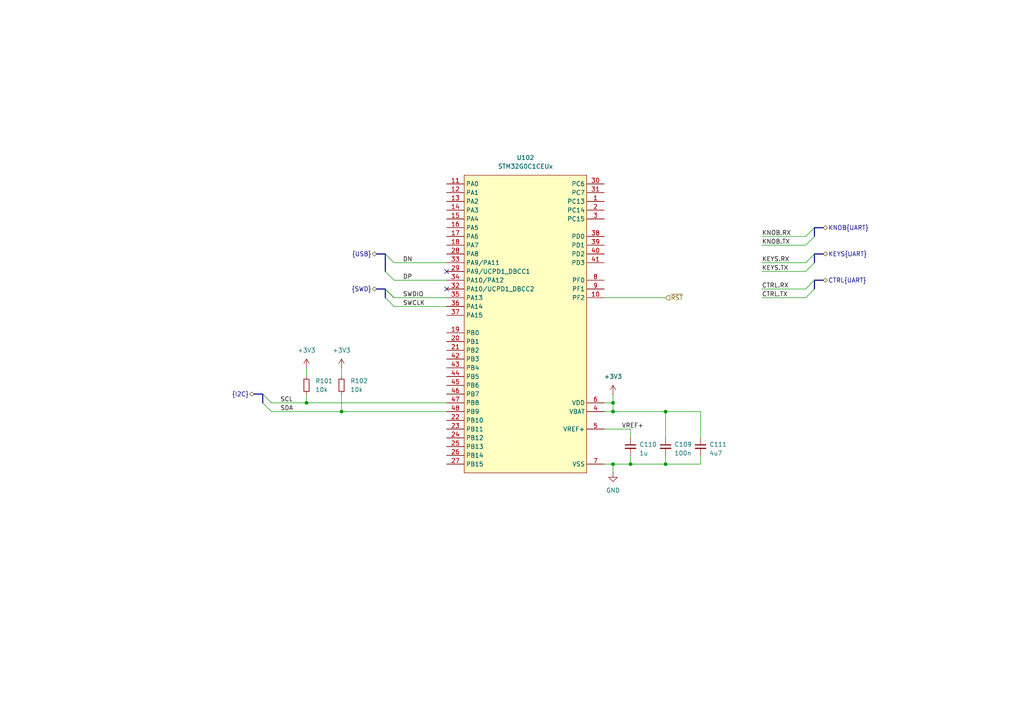
<source format=kicad_sch>
(kicad_sch (version 20250114) (generator "eeschema") (generator_version "9.0")
  (paper "A4")
  (lib_symbols
    (symbol "DEV:C_SMALL" (pin_numbers (hide yes)) (pin_names (offset 0.254) (hide yes))
      (property "Reference" "C" (at 0.254 1.778 0))
      (property "Value" "SMALL" (at 0.254 -2.032 0))
      (symbol "C_SMALL_0_1"
        (polyline (pts (xy -1.524 0.508) (xy 1.524 0.508)) (stroke (width 0.3048)))
        (polyline (pts (xy -1.524 -0.508) (xy 1.524 -0.508)) (stroke (width 0.3302)))
      )
      (symbol "C_SMALL_1_1"
        (pin passive line (at 0 2.54 270) (length 2.032) (name "~") (number "1"))
        (pin passive line (at 0 -2.54 90) (length 2.032) (name "~") (number "2"))
      )
    )
    (symbol "DEV:R_SMALL" (pin_numbers (hide yes)) (pin_names (offset 0.254) (hide yes))
      (property "Reference" "R" (at 0 0 90))
      (property "Value" "R_SMALL" (at 1.778 0 90))
      (symbol "R_SMALL_0_1"
        (rectangle (start -0.762 1.778) (end 0.762 -1.778) (stroke (width 0.2032)))
      )
      (symbol "R_SMALL_1_1"
        (pin passive line (at 0 2.54 270) (length 0.762) (name "~") (number "1"))
        (pin passive line (at 0 -2.54 90) (length 0.762) (name "~") (number "2"))
      )
    )
    (symbol "STM32:STM32G0C1CEUx"
      (property "Reference" "U" (at 0 5.08 0))
      (property "Value" "STM32G0C1CEUx" (at 0 2.54 0))
      (symbol "STM32G0C1CEUx_1_1"
        (rectangle (start -17.78 0) (end 17.78 -86.36) (fill (type background)))
        (pin bidirectional line (at -22.86 -2.54 0) (length 5.08) (name "PA0") (number "11"))
        (pin bidirectional line (at -22.86 -5.08 0) (length 5.08) (name "PA1") (number "12"))
        (pin bidirectional line (at -22.86 -7.62 0) (length 5.08) (name "PA2") (number "13"))
        (pin bidirectional line (at -22.86 -10.16 0) (length 5.08) (name "PA3") (number "14"))
        (pin bidirectional line (at -22.86 -12.7 0) (length 5.08) (name "PA4") (number "15"))
        (pin bidirectional line (at -22.86 -15.24 0) (length 5.08) (name "PA5") (number "16"))
        (pin bidirectional line (at -22.86 -17.78 0) (length 5.08) (name "PA6") (number "17"))
        (pin bidirectional line (at -22.86 -20.32 0) (length 5.08) (name "PA7") (number "18"))
        (pin bidirectional line (at -22.86 -22.86 0) (length 5.08) (name "PA8") (number "28"))
        (pin bidirectional line (at -22.86 -25.4 0) (length 5.08) (name "PA9/PA11") (number "33"))
        (pin bidirectional line (at -22.86 -27.94 0) (length 5.08) (name "PA9/UCPD1_DBCC1") (number "29"))
        (pin bidirectional line (at -22.86 -30.48 0) (length 5.08) (name "PA10/PA12") (number "34"))
        (pin bidirectional line (at -22.86 -33.02 0) (length 5.08) (name "PA10/UCPD1_DBCC2") (number "32"))
        (pin bidirectional line (at -22.86 -35.56 0) (length 5.08) (name "PA13") (number "35"))
        (pin bidirectional line (at -22.86 -38.1 0) (length 5.08) (name "PA14") (number "36"))
        (pin bidirectional line (at -22.86 -40.64 0) (length 5.08) (name "PA15") (number "37"))
        (pin bidirectional line (at -22.86 -45.72 0) (length 5.08) (name "PB0") (number "19"))
        (pin bidirectional line (at -22.86 -48.26 0) (length 5.08) (name "PB1") (number "20"))
        (pin bidirectional line (at -22.86 -50.8 0) (length 5.08) (name "PB2") (number "21"))
        (pin bidirectional line (at -22.86 -53.34 0) (length 5.08) (name "PB3") (number "42"))
        (pin bidirectional line (at -22.86 -55.88 0) (length 5.08) (name "PB4") (number "43"))
        (pin bidirectional line (at -22.86 -58.42 0) (length 5.08) (name "PB5") (number "44"))
        (pin bidirectional line (at -22.86 -60.96 0) (length 5.08) (name "PB6") (number "45"))
        (pin bidirectional line (at -22.86 -63.5 0) (length 5.08) (name "PB7") (number "46"))
        (pin bidirectional line (at -22.86 -66.04 0) (length 5.08) (name "PB8") (number "47"))
        (pin bidirectional line (at -22.86 -68.58 0) (length 5.08) (name "PB9") (number "48"))
        (pin bidirectional line (at -22.86 -71.12 0) (length 5.08) (name "PB10") (number "22"))
        (pin bidirectional line (at -22.86 -73.66 0) (length 5.08) (name "PB11") (number "23"))
        (pin bidirectional line (at -22.86 -76.2 0) (length 5.08) (name "PB12") (number "24"))
        (pin bidirectional line (at -22.86 -78.74 0) (length 5.08) (name "PB13") (number "25"))
        (pin bidirectional line (at -22.86 -81.28 0) (length 5.08) (name "PB14") (number "26"))
        (pin bidirectional line (at -22.86 -83.82 0) (length 5.08) (name "PB15") (number "27"))
        (pin bidirectional line (at 22.86 -2.54 180) (length 5.08) (name "PC6") (number "30"))
        (pin bidirectional line (at 22.86 -5.08 180) (length 5.08) (name "PC7") (number "31"))
        (pin bidirectional line (at 22.86 -7.62 180) (length 5.08) (name "PC13") (number "1"))
        (pin bidirectional line (at 22.86 -10.16 180) (length 5.08) (name "PC14") (number "2"))
        (pin bidirectional line (at 22.86 -12.7 180) (length 5.08) (name "PC15") (number "3"))
        (pin bidirectional line (at 22.86 -17.78 180) (length 5.08) (name "PD0") (number "38"))
        (pin bidirectional line (at 22.86 -20.32 180) (length 5.08) (name "PD1") (number "39"))
        (pin bidirectional line (at 22.86 -22.86 180) (length 5.08) (name "PD2") (number "40"))
        (pin bidirectional line (at 22.86 -25.4 180) (length 5.08) (name "PD3") (number "41"))
        (pin bidirectional line (at 22.86 -30.48 180) (length 5.08) (name "PF0") (number "8"))
        (pin bidirectional line (at 22.86 -33.02 180) (length 5.08) (name "PF1") (number "9"))
        (pin bidirectional line (at 22.86 -35.56 180) (length 5.08) (name "PF2") (number "10"))
        (pin power_in line (at 22.86 -66.04 180) (length 5.08) (name "VDD") (number "6"))
        (pin power_in line (at 22.86 -68.58 180) (length 5.08) (name "VBAT") (number "4"))
        (pin input line (at 22.86 -73.66 180) (length 5.08) (name "VREF+") (number "5"))
        (pin passive line (at 22.86 -83.82 180) (length 5.08) (hide yes) (name "VSS") (number "49"))
        (pin power_in line (at 22.86 -83.82 180) (length 5.08) (name "VSS") (number "7"))
      )
    )
    (symbol "power:+3V3" (power) (pin_numbers (hide yes)) (pin_names (offset 0) (hide yes))
      (property "Value" "+3V3" (at 0 3.556 0))
      (symbol "+3V3_0_1"
        (polyline (pts (xy -0.762 1.27) (xy 0 2.54)))
        (polyline (pts (xy 0 2.54) (xy 0.762 1.27)))
        (polyline (pts (xy 0 0) (xy 0 2.54)))
      )
      (symbol "+3V3_1_1"
        (pin power_in line (at 0 0 90) (length 0) (name "~") (number "1"))
      )
    )
    (symbol "power:GND" (power) (pin_numbers (hide yes)) (pin_names (offset 0) (hide yes))
      (property "Value" "GND" (at 0 -3.81 0))
      (symbol "GND_0_1"
        (polyline (pts (xy 0 0) (xy 0 -1.27) (xy 1.27 -1.27) (xy 0 -2.54) (xy -1.27 -1.27) (xy 0 -1.27)))
      )
      (symbol "GND_1_1"
        (pin power_in line (at 0 0 270) (length 0) (name "~") (number "1"))
      )
    )
  )
  (junction (at 177.8 116.84))
  (junction (at 99.06 119.38))
  (junction (at 182.88 134.62))
  (junction (at 193.04 134.62))
  (junction (at 177.8 134.62))
  (junction (at 177.8 119.38))
  (junction (at 88.9 116.84))
  (junction (at 193.04 119.38))
  (no_connect (at 129.54 83.82))
  (no_connect (at 129.54 78.74))
  (bus_entry (at 236.22 66.04) (size -2.54 2.54))
  (bus_entry (at 111.76 78.74) (size 2.54 2.54))
  (bus_entry (at 236.22 76.2) (size -2.54 2.54))
  (bus_entry (at 111.76 73.66) (size 2.54 2.54))
  (bus_entry (at 236.22 83.82) (size -2.54 2.54))
  (bus_entry (at 236.22 81.28) (size -2.54 2.54))
  (bus_entry (at 111.76 83.82) (size 2.54 2.54))
  (bus_entry (at 236.22 68.58) (size -2.54 2.54))
  (bus_entry (at 236.22 73.66) (size -2.54 2.54))
  (bus_entry (at 111.76 86.36) (size 2.54 2.54))
  (bus_entry (at 111.76 83.82) (size 2.54 2.54))
  (bus_entry (at 76.2 116.84) (size 2.54 2.54))
  (bus_entry (at 76.2 114.3) (size 2.54 2.54))
  (wire (pts (xy 193.04 119.38) (xy 203.2 119.38)))
  (bus (pts (xy 236.22 66.04) (xy 236.22 68.58)))
  (wire (pts (xy 220.98 83.82) (xy 233.68 83.82)))
  (wire (pts (xy 177.8 119.38) (xy 193.04 119.38)))
  (wire (pts (xy 78.74 116.84) (xy 88.9 116.84)))
  (wire (pts (xy 99.06 106.68) (xy 99.06 109.22)))
  (wire (pts (xy 114.3 88.9) (xy 129.54 88.9)))
  (wire (pts (xy 193.04 119.38) (xy 193.04 127)))
  (wire (pts (xy 114.3 86.36) (xy 129.54 86.36)))
  (bus (pts (xy 238.76 66.04) (xy 236.22 66.04)))
  (wire (pts (xy 114.3 76.2) (xy 129.54 76.2)))
  (bus (pts (xy 238.76 81.28) (xy 236.22 81.28)))
  (wire (pts (xy 177.8 114.3) (xy 177.8 116.84)))
  (wire (pts (xy 175.26 119.38) (xy 177.8 119.38)))
  (wire (pts (xy 78.74 119.38) (xy 99.06 119.38)))
  (wire (pts (xy 220.98 86.36) (xy 233.68 86.36)))
  (bus (pts (xy 111.76 83.82) (xy 111.76 86.36)))
  (bus (pts (xy 76.2 114.3) (xy 76.2 116.84)))
  (wire (pts (xy 177.8 134.62) (xy 182.88 134.62)))
  (wire (pts (xy 175.26 116.84) (xy 177.8 116.84)))
  (wire (pts (xy 220.98 68.58) (xy 233.68 68.58)))
  (bus (pts (xy 73.66 114.3) (xy 76.2 114.3)))
  (wire (pts (xy 193.04 86.36) (xy 175.26 86.36)))
  (wire (pts (xy 114.3 81.28) (xy 129.54 81.28)))
  (wire (pts (xy 88.9 116.84) (xy 88.9 114.3)))
  (wire (pts (xy 193.04 134.62) (xy 203.2 134.62)))
  (wire (pts (xy 175.26 134.62) (xy 177.8 134.62)))
  (wire (pts (xy 88.9 106.68) (xy 88.9 109.22)))
  (bus (pts (xy 238.76 73.66) (xy 236.22 73.66)))
  (wire (pts (xy 182.88 134.62) (xy 193.04 134.62)))
  (wire (pts (xy 203.2 132.08) (xy 203.2 134.62)))
  (wire (pts (xy 193.04 132.08) (xy 193.04 134.62)))
  (wire (pts (xy 99.06 119.38) (xy 99.06 114.3)))
  (wire (pts (xy 88.9 116.84) (xy 129.54 116.84)))
  (bus (pts (xy 109.22 83.82) (xy 111.76 83.82)))
  (wire (pts (xy 99.06 119.38) (xy 129.54 119.38)))
  (wire (pts (xy 220.98 78.74) (xy 233.68 78.74)))
  (wire (pts (xy 220.98 71.12) (xy 233.68 71.12)))
  (wire (pts (xy 175.26 124.46) (xy 182.88 124.46)))
  (bus (pts (xy 111.76 73.66) (xy 111.76 78.74)))
  (wire (pts (xy 182.88 132.08) (xy 182.88 134.62)))
  (wire (pts (xy 177.8 134.62) (xy 177.8 137.16)))
  (bus (pts (xy 236.22 81.28) (xy 236.22 83.82)))
  (wire (pts (xy 220.98 76.2) (xy 233.68 76.2)))
  (wire (pts (xy 177.8 116.84) (xy 177.8 119.38)))
  (bus (pts (xy 236.22 73.66) (xy 236.22 76.2)))
  (wire (pts (xy 203.2 127) (xy 203.2 119.38)))
  (wire (pts (xy 182.88 124.46) (xy 182.88 127)))
  (bus (pts (xy 109.22 73.66) (xy 111.76 73.66)))
  (label "DN" (at 116.84 76.2 0))
  (label "SDA" (at 81.28 119.38 0))
  (label "SWDIO" (at 116.84 86.36 0))
  (label "VREF+" (at 180.34 124.46 0))
  (label "SWCLK" (at 116.84 88.9 0))
  (label "SCL" (at 81.28 116.84 0))
  (label "KNOB.RX" (at 220.98 68.58 0))
  (label "KEYS.RX" (at 220.98 76.2 0))
  (label "CTRL.RX" (at 220.98 83.82 0))
  (label "DP" (at 116.84 81.28 0))
  (label "CTRL.TX" (at 220.98 86.36 0))
  (label "KEYS.TX" (at 220.98 78.74 0))
  (label "KNOB.TX" (at 220.98 71.12 0))
  (hierarchical_label "{USB}" (shape bidirectional) (at 109.22 73.66 180))
  (hierarchical_label "KNOB{UART}" (shape bidirectional) (at 238.76 66.04 0))
  (hierarchical_label "{I2C}" (shape bidirectional) (at 73.66 114.3 180))
  (hierarchical_label "{SWD}" (shape bidirectional) (at 109.22 83.82 180))
  (hierarchical_label "~{RST}" (shape input) (at 193.04 86.36 0))
  (hierarchical_label "CTRL{UART}" (shape bidirectional) (at 238.76 81.28 0))
  (hierarchical_label "KEYS{UART}" (shape bidirectional) (at 238.76 73.66 0))
  (symbol (lib_id "DEV:R_SMALL") (at 99.06 111.76 0) (unit 1)
    (property "Reference" "R102" (at 101.6 110.4899 0) (effects (justify left)))
    (property "Value" "10k" (at 101.6 113.0299 0) (effects (justify left)))
    (property "Footprint" "project_footprints:R_0402" (effects (hide yes)))
    (property "Description" "Resistor, small symbol" (effects (hide yes)))
  )
  (symbol (lib_id "power:+3V3") (at 177.8 114.3 0) (unit 1)
    (property "Reference" "#PWR0401" (effects (hide yes)))
    (property "Value" "+3V3" (at 177.8 109.22 0))
    (property "Description" "Power symbol creates a global label with name \"+3V3\"" (effects (hide yes)))
  )
  (symbol (lib_id "DEV:R_SMALL") (at 88.9 111.76 0) (unit 1)
    (property "Reference" "R101" (at 91.44 110.4899 0) (effects (justify left)))
    (property "Value" "10k" (at 91.44 113.0299 0) (effects (justify left)))
    (property "Footprint" "project_footprints:R_0402" (effects (hide yes)))
    (property "Description" "Resistor, small symbol" (effects (hide yes)))
  )
  (symbol (lib_id "DEV:C_SMALL") (at 182.88 129.54 0) (unit 1)
    (property "Reference" "C110" (at 185.42 128.9113 0) (effects (justify left)))
    (property "Value" "1u" (at 185.42 131.4513 0) (effects (justify left)))
    (property "Footprint" "project_footprints:C_0402" (effects (hide yes)))
    (property "Description" "Unpolarized capacitor, small symbol" (effects (hide yes)))
  )
  (symbol (lib_id "DEV:C_SMALL") (at 193.04 129.54 0) (unit 1)
    (property "Reference" "C109" (at 195.58 128.9113 0) (effects (justify left)))
    (property "Value" "100n" (at 195.58 131.4513 0) (effects (justify left)))
    (property "Footprint" "project_footprints:C_0402" (effects (hide yes)))
    (property "Description" "Unpolarized capacitor, small symbol" (effects (hide yes)))
  )
  (symbol (lib_id "power:GND") (at 177.8 137.16 0) (unit 1)
    (property "Reference" "#PWR0144" (effects (hide yes)))
    (property "Value" "GND" (at 177.8 142.24 0))
  )
  (symbol (lib_id "DEV:C_SMALL") (at 203.2 129.54 0) (unit 1)
    (property "Reference" "C111" (at 205.74 128.9113 0) (effects (justify left)))
    (property "Value" "4u7" (at 205.74 131.4513 0) (effects (justify left)))
    (property "Footprint" "project_footprints:C_0402" (effects (hide yes)))
    (property "Description" "Unpolarized capacitor, small symbol" (effects (hide yes)))
  )
  (symbol (lib_id "STM32:STM32G0C1CEUx") (at 152.4 50.8 0) (unit 1)
    (property "Reference" "U102" (at 152.4 45.72 0))
    (property "Value" "STM32G0C1CEUx" (at 152.4 48.26 0))
    (property "Footprint" "project_footprints:QFN50P700X700X60-49N-D" (effects (hide yes)))
    (property "Datasheet" "https://www.st.com/resource/en/datasheet/stm32g0c1cc.pdf" (effects (hide yes)))
    (property "Description" "STMicroelectronics Arm Cortex-M0+ MCU, 256-512KB flash, 144KB RAM, 64 MHz, 1.7-3.6V, 44 GPIO, UFQFPN48" (effects (hide yes)))
  )
  (symbol (lib_id "power:+3V3") (at 88.9 106.68 0) (unit 1)
    (property "Reference" "#PWR0119" (effects (hide yes)))
    (property "Value" "+3V3" (at 88.9 101.6 0))
    (property "Description" "Power symbol creates a global label with name \"+3V3\"" (effects (hide yes)))
  )
  (symbol (lib_id "power:+3V3") (at 99.06 106.68 0) (unit 1)
    (property "Reference" "#PWR0120" (effects (hide yes)))
    (property "Value" "+3V3" (at 99.06 101.6 0))
    (property "Description" "Power symbol creates a global label with name \"+3V3\"" (effects (hide yes)))
  )
)
</source>
